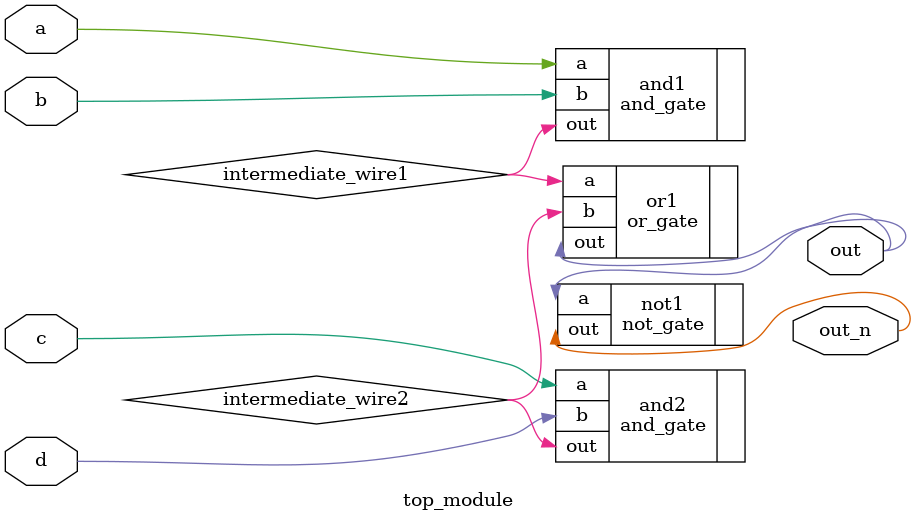
<source format=sv>
module top_module (
	input a,
	input b,
	input c,
	input d,
	output out,
	output out_n );

	wire intermediate_wire1;
	wire intermediate_wire2;

	and_gate and1 ( .a(a), .b(b), .out(intermediate_wire1) );
	and_gate and2 ( .a(c), .b(d), .out(intermediate_wire2) );
	or_gate or1 ( .a(intermediate_wire1), .b(intermediate_wire2), .out(out) );
	not_gate not1 ( .a(out), .out(out_n) );

endmodule

</source>
